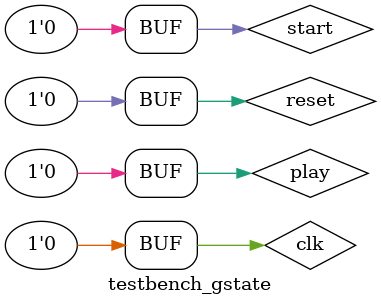
<source format=sv>
module testbench_gstate();
	logic clk, reset, start;
	logic left, right, shoot, play;
	logic vgaclk, hsync, vsync;
	logic sync_b, blank_b;
	logic [7:0] r, g, b;
	
	spaceInv dut(clk, reset, start, left, right, shoot, play, vgaclk, hsync, vsync, sync_b, blank_b, r, g, b);
	
	always
	begin
		clk = 1'b1; #5; clk = 1'b0; #5;
	end
	
	initial
	begin
		start = 1'b0; play = 1'b0;
		reset = 1'b1; #22; reset = 1'b0;
		#70; start = 1'b1; play = 1'b1;
		#70; start = 1'b0; play = 1'b1;
		#70; start = 1'b0; play = 1'b0;
	end
	
endmodule
</source>
